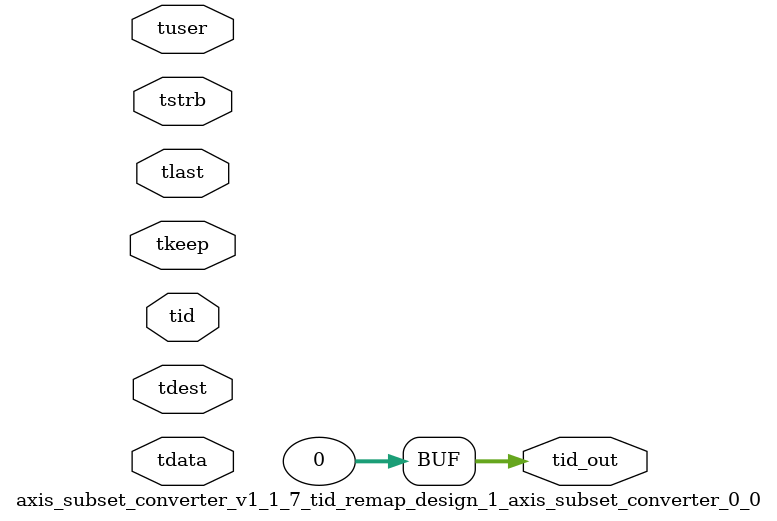
<source format=v>


`timescale 1ps/1ps

module axis_subset_converter_v1_1_7_tid_remap_design_1_axis_subset_converter_0_0 #
(
parameter C_S_AXIS_TID_WIDTH   = 1,
parameter C_S_AXIS_TUSER_WIDTH = 0,
parameter C_S_AXIS_TDATA_WIDTH = 0,
parameter C_S_AXIS_TDEST_WIDTH = 0,
parameter C_M_AXIS_TID_WIDTH   = 32
)
(
input  [(C_S_AXIS_TID_WIDTH   == 0 ? 1 : C_S_AXIS_TID_WIDTH)-1:0       ] tid,
input  [(C_S_AXIS_TDATA_WIDTH == 0 ? 1 : C_S_AXIS_TDATA_WIDTH)-1:0     ] tdata,
input  [(C_S_AXIS_TUSER_WIDTH == 0 ? 1 : C_S_AXIS_TUSER_WIDTH)-1:0     ] tuser,
input  [(C_S_AXIS_TDEST_WIDTH == 0 ? 1 : C_S_AXIS_TDEST_WIDTH)-1:0     ] tdest,
input  [(C_S_AXIS_TDATA_WIDTH/8)-1:0 ] tkeep,
input  [(C_S_AXIS_TDATA_WIDTH/8)-1:0 ] tstrb,
input                                                                    tlast,
output [(C_M_AXIS_TID_WIDTH   == 0 ? 1 : C_M_AXIS_TID_WIDTH)-1:0       ] tid_out
);

assign tid_out = {1'b0};

endmodule


</source>
